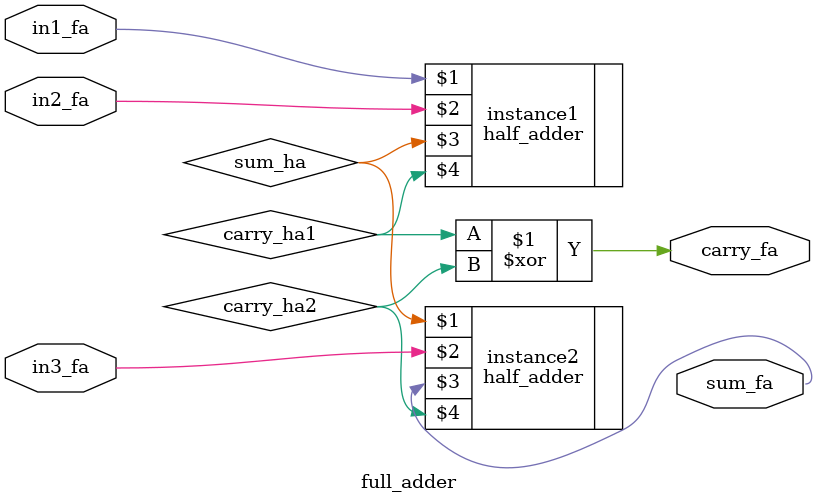
<source format=v>
`timescale 1ns / 1ps


module full_adder(
    input in1_fa,
    input in2_fa,
    input in3_fa,
    output sum_fa,
    output carry_fa
    );
    wire sum_ha,carry_ha1,carry_ha2;
    half_adder instance1(in1_fa,in2_fa,sum_ha,carry_ha1);
    half_adder instance2(sum_ha,in3_fa,sum_fa,carry_ha2);
    xor #1 d(carry_fa,carry_ha1,carry_ha2);    
endmodule

</source>
